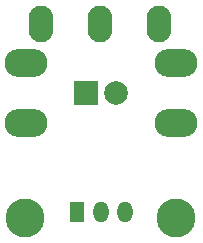
<source format=gbs>
%TF.GenerationSoftware,KiCad,Pcbnew,4.0.7-e2-6376~58~ubuntu16.04.1*%
%TF.CreationDate,2018-01-20T15:33:45+01:00*%
%TF.ProjectId,BasicModule-II,42617369634D6F64756C652D49492E6B,rev?*%
%TF.FileFunction,Soldermask,Bot*%
%FSLAX46Y46*%
G04 Gerber Fmt 4.6, Leading zero omitted, Abs format (unit mm)*
G04 Created by KiCad (PCBNEW 4.0.7-e2-6376~58~ubuntu16.04.1) date Sat Jan 20 15:33:45 2018*
%MOMM*%
%LPD*%
G01*
G04 APERTURE LIST*
%ADD10C,0.100000*%
%ADD11O,2.100000X3.100000*%
%ADD12R,2.000000X2.100000*%
%ADD13C,2.000000*%
%ADD14O,3.648000X2.372000*%
%ADD15C,3.300000*%
%ADD16R,1.300000X1.800000*%
%ADD17O,1.300000X1.800000*%
G04 APERTURE END LIST*
D10*
D11*
X8890000Y-5588000D03*
X13890000Y-5588000D03*
X3890000Y-5588000D03*
D12*
X7747000Y-11430000D03*
D13*
X10287000Y-11430000D03*
D14*
X15367000Y-8890000D03*
X15367000Y-13970000D03*
X2667000Y-8890000D03*
X2667000Y-13970000D03*
D15*
X15367000Y-21971000D03*
D16*
X6985000Y-21463000D03*
D17*
X8985000Y-21463000D03*
X10985000Y-21463000D03*
D15*
X2540000Y-21971000D03*
M02*

</source>
